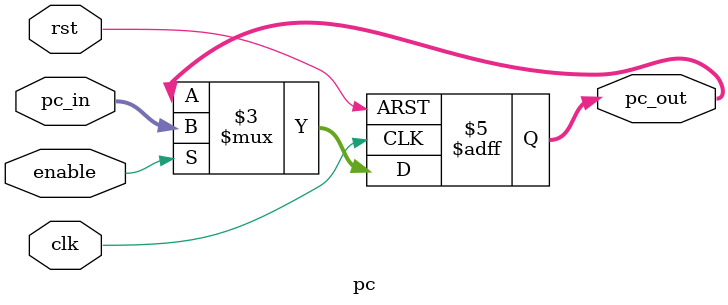
<source format=v>
module pc ( 
    input clk,
	input rst ,
	input enable , 
    input [7:0] pc_in,
    output reg [7:0] pc_out
);
	always @(posedge clk or negedge rst ) 
		begin
			if(~rst)
				pc_out <='d0 ;
            else if (enable)
				pc_out <= pc_in;
        end
endmodule

</source>
